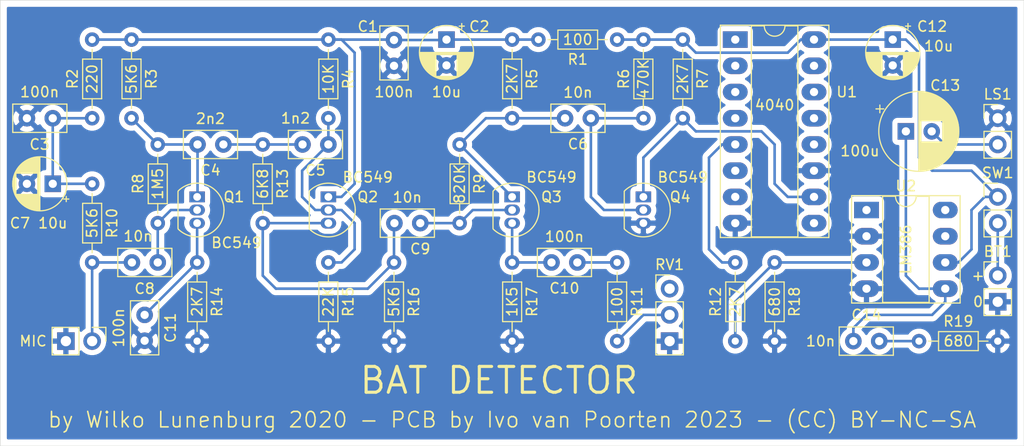
<source format=kicad_pcb>
(kicad_pcb (version 20171130) (host pcbnew 5.1.9+dfsg1-1+deb11u1)
  (layers (0 F.Cu signal) (31 B.Cu signal) (34 B.Paste user hide) (35 F.Paste user hide) (36 B.SilkS user) (37 F.SilkS user) (38 B.Mask user) (39 F.Mask user) (44 Edge.Cuts user))
  (net 0 "")
  (net 1 "Net-(BT1-Pad1)")
  (net 2 GND)
  (net 3 "Net-(C1-Pad2)")
  (net 4 "Net-(C3-Pad1)")
  (net 5 "Net-(C4-Pad1)")
  (net 6 "Net-(C4-Pad2)")
  (net 7 "Net-(C5-Pad1)")
  (net 8 "Net-(C6-Pad1)")
  (net 9 "Net-(C6-Pad2)")
  (net 10 "Net-(C8-Pad1)")
  (net 11 "Net-(C8-Pad2)")
  (net 12 "Net-(C9-Pad2)")
  (net 13 "Net-(C9-Pad1)")
  (net 14 "Net-(C10-Pad2)")
  (net 15 "Net-(C10-Pad1)")
  (net 16 "Net-(C11-Pad1)")
  (net 17 "Net-(C12-Pad1)")
  (net 18 "Net-(C13-Pad1)")
  (net 19 "Net-(C13-Pad2)")
  (net 20 "Net-(C14-Pad1)")
  (net 21 "Net-(Q4-Pad1)")
  (net 22 "Net-(R11-Pad2)")
  (net 23 "Net-(R12-Pad2)")
  (net 24 "Net-(R12-Pad1)")
  (module Connector_PinHeader_2.54mm:PinHeader_1x02_P2.54mm_Vertical (layer F.Cu) (at 134.62 68.58)
    (fp_text reference BT1 (at 0 -2.33) (layer F.SilkS))
    (fp_text value 3.6-4.5V)
    (pad 1 thru_hole circle (at 0 0) (size 1.7 1.7) (drill 1) (layers *.Cu *.Mask) (net 1 "Net-(BT1-Pad1)"))
    (pad 2 thru_hole rect (at 0 2.54) (size 1.7 1.7) (drill 1) (layers *.Cu *.Mask) (net 2 GND))
  )
  (module Capacitor_THT:C_Disc_D5.0mm_W2.5mm_P2.50mm (layer F.Cu) (at 76.2 48.26 90)
    (fp_text reference C1 (at 3.81 -2.54 180) (layer F.SilkS))
    (fp_text value 100n (at -2.54 0 180) (layer F.SilkS))
    (pad 2 thru_hole circle (at 2.5 0 90) (size 1.6 1.6) (drill 0.8) (layers *.Cu *.Mask) (net 3 "Net-(C1-Pad2)"))
    (pad 1 thru_hole circle (at 0 0 90) (size 1.6 1.6) (drill 0.8) (layers *.Cu *.Mask) (net 2 GND))
  )
  (module Capacitor_THT:CP_Radial_D5.0mm_P2.50mm (layer F.Cu) (at 81.28 45.72 270)
    (fp_text reference C2 (at -1.27 -3.175 180) (layer F.SilkS))
    (fp_text value 10u (at 5.08 0 180) (layer F.SilkS))
    (pad 1 thru_hole rect (at 0 0 270) (size 1.6 1.6) (drill 0.8) (layers *.Cu *.Mask) (net 3 "Net-(C1-Pad2)"))
    (pad 2 thru_hole circle (at 2.5 0 270) (size 1.6 1.6) (drill 0.8) (layers *.Cu *.Mask) (net 2 GND))
  )
  (module Capacitor_THT:C_Disc_D5.0mm_W2.5mm_P2.50mm (layer F.Cu) (at 43.18 53.34 180)
    (fp_text reference C3 (at 1.27 -2.54) (layer F.SilkS))
    (fp_text value 100n (at 1.27 2.54) (layer F.SilkS))
    (pad 2 thru_hole circle (at 2.5 0 180) (size 1.6 1.6) (drill 0.8) (layers *.Cu *.Mask) (net 2 GND))
    (pad 1 thru_hole circle (at 0 0 180) (size 1.6 1.6) (drill 0.8) (layers *.Cu *.Mask) (net 4 "Net-(C3-Pad1)"))
  )
  (module Capacitor_THT:C_Disc_D5.0mm_W2.5mm_P2.50mm (layer F.Cu) (at 59.69 55.88 180)
    (fp_text reference C4 (at 1.25 -2.5) (layer F.SilkS))
    (fp_text value 2n2 (at 1.25 2.5) (layer F.SilkS))
    (pad 1 thru_hole circle (at 0 0 180) (size 1.6 1.6) (drill 0.8) (layers *.Cu *.Mask) (net 5 "Net-(C4-Pad1)"))
    (pad 2 thru_hole circle (at 2.5 0 180) (size 1.6 1.6) (drill 0.8) (layers *.Cu *.Mask) (net 6 "Net-(C4-Pad2)"))
  )
  (module Capacitor_THT:C_Disc_D5.0mm_W2.5mm_P2.50mm (layer F.Cu) (at 69.85 55.88 180)
    (fp_text reference C5 (at 1.25 -2.5) (layer F.SilkS))
    (fp_text value 1n2 (at 3.175 2.54) (layer F.SilkS))
    (pad 2 thru_hole circle (at 2.5 0 180) (size 1.6 1.6) (drill 0.8) (layers *.Cu *.Mask) (net 5 "Net-(C4-Pad1)"))
    (pad 1 thru_hole circle (at 0 0 180) (size 1.6 1.6) (drill 0.8) (layers *.Cu *.Mask) (net 7 "Net-(C5-Pad1)"))
  )
  (module Capacitor_THT:C_Disc_D5.0mm_W2.5mm_P2.50mm (layer F.Cu) (at 95.25 53.34 180)
    (fp_text reference C6 (at 1.25 -2.5) (layer F.SilkS))
    (fp_text value 10n (at 1.25 2.5) (layer F.SilkS))
    (pad 1 thru_hole circle (at 0 0 180) (size 1.6 1.6) (drill 0.8) (layers *.Cu *.Mask) (net 8 "Net-(C6-Pad1)"))
    (pad 2 thru_hole circle (at 2.5 0 180) (size 1.6 1.6) (drill 0.8) (layers *.Cu *.Mask) (net 9 "Net-(C6-Pad2)"))
  )
  (module Capacitor_THT:CP_Radial_D5.0mm_P2.50mm (layer F.Cu) (at 43.18 59.69 180)
    (fp_text reference C7 (at 3.175 -3.81) (layer F.SilkS))
    (fp_text value 10u (at 0 -3.81) (layer F.SilkS))
    (pad 1 thru_hole rect (at 0 0 180) (size 1.6 1.6) (drill 0.8) (layers *.Cu *.Mask) (net 4 "Net-(C3-Pad1)"))
    (pad 2 thru_hole circle (at 2.5 0 180) (size 1.6 1.6) (drill 0.8) (layers *.Cu *.Mask) (net 2 GND))
  )
  (module Capacitor_THT:C_Disc_D5.0mm_W2.5mm_P2.50mm (layer F.Cu) (at 53.34 67.31 180)
    (fp_text reference C8 (at 1.27 -2.54) (layer F.SilkS))
    (fp_text value 10n (at 1.905 2.54) (layer F.SilkS))
    (pad 1 thru_hole circle (at 0 0 180) (size 1.6 1.6) (drill 0.8) (layers *.Cu *.Mask) (net 10 "Net-(C8-Pad1)"))
    (pad 2 thru_hole circle (at 2.5 0 180) (size 1.6 1.6) (drill 0.8) (layers *.Cu *.Mask) (net 11 "Net-(C8-Pad2)"))
  )
  (module Capacitor_THT:C_Disc_D5.0mm_W2.5mm_P2.50mm (layer F.Cu) (at 78.74 63.5 180)
    (fp_text reference C9 (at 0 -2.5) (layer F.SilkS))
    (fp_text value 10n (at 1.25 2.5) (layer F.SilkS))
    (pad 2 thru_hole circle (at 2.5 0 180) (size 1.6 1.6) (drill 0.8) (layers *.Cu *.Mask) (net 12 "Net-(C9-Pad2)"))
    (pad 1 thru_hole circle (at 0 0 180) (size 1.6 1.6) (drill 0.8) (layers *.Cu *.Mask) (net 13 "Net-(C9-Pad1)"))
  )
  (module Capacitor_THT:C_Disc_D5.0mm_W2.5mm_P2.50mm (layer F.Cu) (at 93.94 67.31 180)
    (fp_text reference C10 (at 1.25 -2.5) (layer F.SilkS))
    (fp_text value 100n (at 1.25 2.5) (layer F.SilkS))
    (pad 2 thru_hole circle (at 2.5 0 180) (size 1.6 1.6) (drill 0.8) (layers *.Cu *.Mask) (net 14 "Net-(C10-Pad2)"))
    (pad 1 thru_hole circle (at 0 0 180) (size 1.6 1.6) (drill 0.8) (layers *.Cu *.Mask) (net 15 "Net-(C10-Pad1)"))
  )
  (module Capacitor_THT:C_Disc_D5.0mm_W2.5mm_P2.50mm (layer F.Cu) (at 52.07 72.39 270)
    (fp_text reference C11 (at 1.25 -2.5 90) (layer F.SilkS))
    (fp_text value 100n (at 1.25 2.5 90) (layer F.SilkS))
    (pad 1 thru_hole circle (at 0 0 270) (size 1.6 1.6) (drill 0.8) (layers *.Cu *.Mask) (net 16 "Net-(C11-Pad1)"))
    (pad 2 thru_hole circle (at 2.5 0 270) (size 1.6 1.6) (drill 0.8) (layers *.Cu *.Mask) (net 2 GND))
  )
  (module Capacitor_THT:CP_Radial_D5.0mm_P2.50mm (layer F.Cu) (at 124.46 45.72 270)
    (fp_text reference C12 (at -1.27 -3.81 180) (layer F.SilkS))
    (fp_text value 10u (at 0.635 -4.445 180) (layer F.SilkS))
    (pad 2 thru_hole circle (at 2.5 0 270) (size 1.6 1.6) (drill 0.8) (layers *.Cu *.Mask) (net 2 GND))
    (pad 1 thru_hole rect (at 0 0 270) (size 1.6 1.6) (drill 0.8) (layers *.Cu *.Mask) (net 17 "Net-(C12-Pad1)"))
  )
  (module Capacitor_THT:CP_Radial_D7.5mm_P2.50mm (layer F.Cu) (at 125.73 54.61)
    (fp_text reference C13 (at 3.81 -4.445) (layer F.SilkS))
    (fp_text value 100u (at -4.445 1.905) (layer F.SilkS))
    (pad 1 thru_hole rect (at 0 0) (size 1.6 1.6) (drill 0.8) (layers *.Cu *.Mask) (net 18 "Net-(C13-Pad1)"))
    (pad 2 thru_hole circle (at 2.5 0) (size 1.6 1.6) (drill 0.8) (layers *.Cu *.Mask) (net 19 "Net-(C13-Pad2)"))
  )
  (module Capacitor_THT:C_Disc_D5.0mm_W2.5mm_P2.50mm (layer F.Cu) (at 123.15 74.93 180)
    (fp_text reference C14 (at 1.23 2.54) (layer F.SilkS))
    (fp_text value 10n (at 5.675 0) (layer F.SilkS))
    (pad 1 thru_hole circle (at 0 0 180) (size 1.6 1.6) (drill 0.8) (layers *.Cu *.Mask) (net 20 "Net-(C14-Pad1)"))
    (pad 2 thru_hole circle (at 2.5 0 180) (size 1.6 1.6) (drill 0.8) (layers *.Cu *.Mask) (net 18 "Net-(C13-Pad1)"))
  )
  (module Connector_PinHeader_2.54mm:PinHeader_1x02_P2.54mm_Vertical (layer F.Cu) (at 134.62 53.34)
    (fp_text reference LS1 (at 0 -2.33) (layer F.SilkS))
    (fp_text value "8 Ohm")
    (pad 1 thru_hole circle (at 0 0) (size 1.7 1.7) (drill 1) (layers *.Cu *.Mask) (net 2 GND))
    (pad 2 thru_hole oval (at 0 2.54) (size 1.7 1.7) (drill 1) (layers *.Cu *.Mask) (net 19 "Net-(C13-Pad2)"))
  )
  (module Connector_PinHeader_2.54mm:PinHeader_1x02_P2.54mm_Vertical (layer F.Cu) (at 46.99 74.93 270)
    (fp_text reference MIC (at 0 5.715 180) (layer F.SilkS))
    (fp_text value Electret)
    (pad 2 thru_hole oval (at 0 0 270) (size 1.7 1.7) (drill 1) (layers *.Cu *.Mask) (net 11 "Net-(C8-Pad2)"))
    (pad 1 thru_hole rect (at 0 2.54 270) (size 1.7 1.7) (drill 1) (layers *.Cu *.Mask) (net 2 GND))
  )
  (module Package_TO_SOT_THT:TO-92_Inline (layer F.Cu) (at 57.15 60.96 270)
    (fp_text reference Q1 (at 0 -3.56 180) (layer F.SilkS))
    (fp_text value BC549 (at 4.445 -3.81 180) (layer F.SilkS))
    (pad 1 thru_hole rect (at 0 0 270) (size 1.05 1.5) (drill 0.75) (layers *.Cu *.Mask) (net 6 "Net-(C4-Pad2)"))
    (pad 3 thru_hole oval (at 2.54 0 270) (size 1.05 1.5) (drill 0.75) (layers *.Cu *.Mask) (net 16 "Net-(C11-Pad1)"))
    (pad 2 thru_hole oval (at 1.27 0 270) (size 1.05 1.5) (drill 0.75) (layers *.Cu *.Mask) (net 10 "Net-(C8-Pad1)"))
  )
  (module Package_TO_SOT_THT:TO-92_Inline (layer F.Cu) (at 69.85 60.96 270)
    (fp_text reference Q2 (at 0 -3.81 180) (layer F.SilkS))
    (fp_text value BC549 (at -1.905 -3.81 180) (layer F.SilkS))
    (pad 2 thru_hole oval (at 1.27 0 270) (size 1.05 1.5) (drill 0.75) (layers *.Cu *.Mask) (net 7 "Net-(C5-Pad1)"))
    (pad 3 thru_hole oval (at 2.54 0 270) (size 1.05 1.5) (drill 0.75) (layers *.Cu *.Mask) (net 12 "Net-(C9-Pad2)"))
    (pad 1 thru_hole rect (at 0 0 270) (size 1.05 1.5) (drill 0.75) (layers *.Cu *.Mask) (net 3 "Net-(C1-Pad2)"))
  )
  (module Package_TO_SOT_THT:TO-92_Inline (layer F.Cu) (at 87.63 60.96 270)
    (fp_text reference Q3 (at 0 -3.81 180) (layer F.SilkS))
    (fp_text value BC549 (at -1.905 -3.81 180) (layer F.SilkS))
    (pad 2 thru_hole oval (at 1.27 0 270) (size 1.05 1.5) (drill 0.75) (layers *.Cu *.Mask) (net 13 "Net-(C9-Pad1)"))
    (pad 3 thru_hole oval (at 2.54 0 270) (size 1.05 1.5) (drill 0.75) (layers *.Cu *.Mask) (net 14 "Net-(C10-Pad2)"))
    (pad 1 thru_hole rect (at 0 0 270) (size 1.05 1.5) (drill 0.75) (layers *.Cu *.Mask) (net 9 "Net-(C6-Pad2)"))
  )
  (module Package_TO_SOT_THT:TO-92_Inline (layer F.Cu) (at 100.33 60.96 270)
    (fp_text reference Q4 (at 0 -3.56 180) (layer F.SilkS))
    (fp_text value BC549 (at -1.905 -3.81 180) (layer F.SilkS))
    (pad 1 thru_hole rect (at 0 0 270) (size 1.05 1.5) (drill 0.75) (layers *.Cu *.Mask) (net 21 "Net-(Q4-Pad1)"))
    (pad 3 thru_hole oval (at 2.54 0 270) (size 1.05 1.5) (drill 0.75) (layers *.Cu *.Mask) (net 2 GND))
    (pad 2 thru_hole oval (at 1.27 0 270) (size 1.05 1.5) (drill 0.75) (layers *.Cu *.Mask) (net 8 "Net-(C6-Pad1)"))
  )
  (module Resistor_THT:R_Axial_DIN0204_L3.6mm_D1.6mm_P7.62mm_Horizontal (layer F.Cu) (at 97.79 45.72 180)
    (fp_text reference R1 (at 3.81 -1.92) (layer F.SilkS))
    (fp_text value 100 (at 3.81 0) (layer F.SilkS))
    (pad 1 thru_hole circle (at 0 0 180) (size 1.4 1.4) (drill 0.7) (layers *.Cu *.Mask) (net 17 "Net-(C12-Pad1)"))
    (pad 2 thru_hole oval (at 7.62 0 180) (size 1.4 1.4) (drill 0.7) (layers *.Cu *.Mask) (net 3 "Net-(C1-Pad2)"))
  )
  (module Resistor_THT:R_Axial_DIN0204_L3.6mm_D1.6mm_P7.62mm_Horizontal (layer F.Cu) (at 46.99 45.72 270)
    (fp_text reference R2 (at 3.81 1.905 90) (layer F.SilkS))
    (fp_text value 220 (at 3.81 0 90) (layer F.SilkS))
    (pad 2 thru_hole oval (at 7.62 0 270) (size 1.4 1.4) (drill 0.7) (layers *.Cu *.Mask) (net 4 "Net-(C3-Pad1)"))
    (pad 1 thru_hole circle (at 0 0 270) (size 1.4 1.4) (drill 0.7) (layers *.Cu *.Mask) (net 3 "Net-(C1-Pad2)"))
  )
  (module Resistor_THT:R_Axial_DIN0204_L3.6mm_D1.6mm_P7.62mm_Horizontal (layer F.Cu) (at 50.8 45.72 270)
    (fp_text reference R3 (at 3.81 -1.92 90) (layer F.SilkS))
    (fp_text value 5K6 (at 3.81 0 90) (layer F.SilkS))
    (pad 2 thru_hole oval (at 7.62 0 270) (size 1.4 1.4) (drill 0.7) (layers *.Cu *.Mask) (net 6 "Net-(C4-Pad2)"))
    (pad 1 thru_hole circle (at 0 0 270) (size 1.4 1.4) (drill 0.7) (layers *.Cu *.Mask) (net 3 "Net-(C1-Pad2)"))
  )
  (module Resistor_THT:R_Axial_DIN0204_L3.6mm_D1.6mm_P7.62mm_Horizontal (layer F.Cu) (at 69.85 45.72 270)
    (fp_text reference R4 (at 3.81 -1.92 90) (layer F.SilkS))
    (fp_text value 10K (at 3.81 0 90) (layer F.SilkS))
    (pad 2 thru_hole oval (at 7.62 0 270) (size 1.4 1.4) (drill 0.7) (layers *.Cu *.Mask) (net 7 "Net-(C5-Pad1)"))
    (pad 1 thru_hole circle (at 0 0 270) (size 1.4 1.4) (drill 0.7) (layers *.Cu *.Mask) (net 3 "Net-(C1-Pad2)"))
  )
  (module Resistor_THT:R_Axial_DIN0204_L3.6mm_D1.6mm_P7.62mm_Horizontal (layer F.Cu) (at 87.63 45.72 270)
    (fp_text reference R5 (at 3.81 -1.92 90) (layer F.SilkS))
    (fp_text value 2K7 (at 3.81 0 90) (layer F.SilkS))
    (pad 2 thru_hole oval (at 7.62 0 270) (size 1.4 1.4) (drill 0.7) (layers *.Cu *.Mask) (net 9 "Net-(C6-Pad2)"))
    (pad 1 thru_hole circle (at 0 0 270) (size 1.4 1.4) (drill 0.7) (layers *.Cu *.Mask) (net 3 "Net-(C1-Pad2)"))
  )
  (module Resistor_THT:R_Axial_DIN0204_L3.6mm_D1.6mm_P7.62mm_Horizontal (layer F.Cu) (at 100.33 45.72 270)
    (fp_text reference R6 (at 3.81 1.905 90) (layer F.SilkS))
    (fp_text value 470K (at 3.81 0 90) (layer F.SilkS))
    (pad 1 thru_hole circle (at 0 0 270) (size 1.4 1.4) (drill 0.7) (layers *.Cu *.Mask) (net 17 "Net-(C12-Pad1)"))
    (pad 2 thru_hole oval (at 7.62 0 270) (size 1.4 1.4) (drill 0.7) (layers *.Cu *.Mask) (net 8 "Net-(C6-Pad1)"))
  )
  (module Resistor_THT:R_Axial_DIN0204_L3.6mm_D1.6mm_P7.62mm_Horizontal (layer F.Cu) (at 104.14 45.72 270)
    (fp_text reference R7 (at 3.81 -1.92 90) (layer F.SilkS))
    (fp_text value 2K7 (at 3.81 0 90) (layer F.SilkS))
    (pad 1 thru_hole circle (at 0 0 270) (size 1.4 1.4) (drill 0.7) (layers *.Cu *.Mask) (net 17 "Net-(C12-Pad1)"))
    (pad 2 thru_hole oval (at 7.62 0 270) (size 1.4 1.4) (drill 0.7) (layers *.Cu *.Mask) (net 21 "Net-(Q4-Pad1)"))
  )
  (module Resistor_THT:R_Axial_DIN0204_L3.6mm_D1.6mm_P7.62mm_Horizontal (layer F.Cu) (at 53.34 55.88 270)
    (fp_text reference R8 (at 3.81 1.905 90) (layer F.SilkS))
    (fp_text value 1M5 (at 3.81 0 90) (layer F.SilkS))
    (pad 2 thru_hole oval (at 7.62 0 270) (size 1.4 1.4) (drill 0.7) (layers *.Cu *.Mask) (net 10 "Net-(C8-Pad1)"))
    (pad 1 thru_hole circle (at 0 0 270) (size 1.4 1.4) (drill 0.7) (layers *.Cu *.Mask) (net 6 "Net-(C4-Pad2)"))
  )
  (module Resistor_THT:R_Axial_DIN0204_L3.6mm_D1.6mm_P7.62mm_Horizontal (layer F.Cu) (at 82.55 55.88 270)
    (fp_text reference R9 (at 3.81 -1.92 90) (layer F.SilkS))
    (fp_text value 820K (at 3.81 0 90) (layer F.SilkS))
    (pad 2 thru_hole oval (at 7.62 0 270) (size 1.4 1.4) (drill 0.7) (layers *.Cu *.Mask) (net 13 "Net-(C9-Pad1)"))
    (pad 1 thru_hole circle (at 0 0 270) (size 1.4 1.4) (drill 0.7) (layers *.Cu *.Mask) (net 9 "Net-(C6-Pad2)"))
  )
  (module Resistor_THT:R_Axial_DIN0204_L3.6mm_D1.6mm_P7.62mm_Horizontal (layer F.Cu) (at 46.99 59.69 270)
    (fp_text reference R10 (at 3.81 -1.92 90) (layer F.SilkS))
    (fp_text value 5K6 (at 3.81 0 90) (layer F.SilkS))
    (pad 1 thru_hole circle (at 0 0 270) (size 1.4 1.4) (drill 0.7) (layers *.Cu *.Mask) (net 4 "Net-(C3-Pad1)"))
    (pad 2 thru_hole oval (at 7.62 0 270) (size 1.4 1.4) (drill 0.7) (layers *.Cu *.Mask) (net 11 "Net-(C8-Pad2)"))
  )
  (module Resistor_THT:R_Axial_DIN0204_L3.6mm_D1.6mm_P7.62mm_Horizontal (layer F.Cu) (at 97.79 67.31 270)
    (fp_text reference R11 (at 3.81 -1.92 90) (layer F.SilkS))
    (fp_text value 100 (at 3.81 0 90) (layer F.SilkS))
    (pad 2 thru_hole oval (at 7.62 0 270) (size 1.4 1.4) (drill 0.7) (layers *.Cu *.Mask) (net 22 "Net-(R11-Pad2)"))
    (pad 1 thru_hole circle (at 0 0 270) (size 1.4 1.4) (drill 0.7) (layers *.Cu *.Mask) (net 15 "Net-(C10-Pad1)"))
  )
  (module Resistor_THT:R_Axial_DIN0204_L3.6mm_D1.6mm_P7.62mm_Horizontal (layer F.Cu) (at 109.22 67.31 270)
    (fp_text reference R12 (at 3.81 1.905 90) (layer F.SilkS))
    (fp_text value 2K7 (at 3.81 0 90) (layer F.SilkS))
    (pad 2 thru_hole oval (at 7.62 0 270) (size 1.4 1.4) (drill 0.7) (layers *.Cu *.Mask) (net 23 "Net-(R12-Pad2)"))
    (pad 1 thru_hole circle (at 0 0 270) (size 1.4 1.4) (drill 0.7) (layers *.Cu *.Mask) (net 24 "Net-(R12-Pad1)"))
  )
  (module Resistor_THT:R_Axial_DIN0204_L3.6mm_D1.6mm_P7.62mm_Horizontal (layer F.Cu) (at 63.5 55.88 270)
    (fp_text reference R13 (at 3.81 -1.92 90) (layer F.SilkS))
    (fp_text value 6K8 (at 3.81 0 90) (layer F.SilkS))
    (pad 1 thru_hole circle (at 0 0 270) (size 1.4 1.4) (drill 0.7) (layers *.Cu *.Mask) (net 5 "Net-(C4-Pad1)"))
    (pad 2 thru_hole oval (at 7.62 0 270) (size 1.4 1.4) (drill 0.7) (layers *.Cu *.Mask) (net 12 "Net-(C9-Pad2)"))
  )
  (module Resistor_THT:R_Axial_DIN0204_L3.6mm_D1.6mm_P7.62mm_Horizontal (layer F.Cu) (at 57.15 67.31 270)
    (fp_text reference R14 (at 3.81 -1.92 90) (layer F.SilkS))
    (fp_text value 2K7 (at 3.81 0 90) (layer F.SilkS))
    (pad 1 thru_hole circle (at 0 0 270) (size 1.4 1.4) (drill 0.7) (layers *.Cu *.Mask) (net 16 "Net-(C11-Pad1)"))
    (pad 2 thru_hole oval (at 7.62 0 270) (size 1.4 1.4) (drill 0.7) (layers *.Cu *.Mask) (net 2 GND))
  )
  (module Resistor_THT:R_Axial_DIN0204_L3.6mm_D1.6mm_P7.62mm_Horizontal (layer F.Cu) (at 69.85 67.31 270)
    (fp_text reference R15 (at 3.81 -1.92 90) (layer F.SilkS))
    (fp_text value 22K (at 3.81 0 90) (layer F.SilkS))
    (pad 1 thru_hole circle (at 0 0 270) (size 1.4 1.4) (drill 0.7) (layers *.Cu *.Mask) (net 7 "Net-(C5-Pad1)"))
    (pad 2 thru_hole oval (at 7.62 0 270) (size 1.4 1.4) (drill 0.7) (layers *.Cu *.Mask) (net 2 GND))
  )
  (module Resistor_THT:R_Axial_DIN0204_L3.6mm_D1.6mm_P7.62mm_Horizontal (layer F.Cu) (at 76.2 67.31 270)
    (fp_text reference R16 (at 3.81 -1.92 90) (layer F.SilkS))
    (fp_text value 5K6 (at 3.81 0 90) (layer F.SilkS))
    (pad 2 thru_hole oval (at 7.62 0 270) (size 1.4 1.4) (drill 0.7) (layers *.Cu *.Mask) (net 2 GND))
    (pad 1 thru_hole circle (at 0 0 270) (size 1.4 1.4) (drill 0.7) (layers *.Cu *.Mask) (net 12 "Net-(C9-Pad2)"))
  )
  (module Resistor_THT:R_Axial_DIN0204_L3.6mm_D1.6mm_P7.62mm_Horizontal (layer F.Cu) (at 87.63 67.31 270)
    (fp_text reference R17 (at 3.81 -1.92 90) (layer F.SilkS))
    (fp_text value 1K5 (at 3.81 0 90) (layer F.SilkS))
    (pad 1 thru_hole circle (at 0 0 270) (size 1.4 1.4) (drill 0.7) (layers *.Cu *.Mask) (net 14 "Net-(C10-Pad2)"))
    (pad 2 thru_hole oval (at 7.62 0 270) (size 1.4 1.4) (drill 0.7) (layers *.Cu *.Mask) (net 2 GND))
  )
  (module Resistor_THT:R_Axial_DIN0204_L3.6mm_D1.6mm_P7.62mm_Horizontal (layer F.Cu) (at 113.03 67.31 270)
    (fp_text reference R18 (at 3.81 -1.92 90) (layer F.SilkS))
    (fp_text value 680 (at 3.81 0 90) (layer F.SilkS))
    (pad 1 thru_hole circle (at 0 0 270) (size 1.4 1.4) (drill 0.7) (layers *.Cu *.Mask) (net 23 "Net-(R12-Pad2)"))
    (pad 2 thru_hole oval (at 7.62 0 270) (size 1.4 1.4) (drill 0.7) (layers *.Cu *.Mask) (net 2 GND))
  )
  (module Resistor_THT:R_Axial_DIN0204_L3.6mm_D1.6mm_P7.62mm_Horizontal (layer F.Cu) (at 127 74.93)
    (fp_text reference R19 (at 3.81 -1.92) (layer F.SilkS))
    (fp_text value 680 (at 3.81 0) (layer F.SilkS))
    (pad 2 thru_hole oval (at 7.62 0) (size 1.4 1.4) (drill 0.7) (layers *.Cu *.Mask) (net 2 GND))
    (pad 1 thru_hole circle (at 0 0) (size 1.4 1.4) (drill 0.7) (layers *.Cu *.Mask) (net 20 "Net-(C14-Pad1)"))
  )
  (module Connector_PinHeader_2.54mm:PinHeader_1x03_P2.54mm_Vertical (layer F.Cu) (at 102.87 69.85)
    (fp_text reference RV1 (at 0 -2.33) (layer F.SilkS))
    (fp_text value 5K)
    (pad 1 thru_hole circle (at 0 0) (size 1.7 1.7) (drill 1) (layers *.Cu *.Mask))
    (pad 2 thru_hole oval (at 0 2.54) (size 1.7 1.7) (drill 1) (layers *.Cu *.Mask) (net 22 "Net-(R11-Pad2)"))
    (pad 3 thru_hole rect (at 0 5.08) (size 1.7 1.7) (drill 1) (layers *.Cu *.Mask) (net 2 GND))
  )
  (module Connector_PinHeader_2.54mm:PinHeader_1x02_P2.54mm_Vertical (layer F.Cu) (at 134.62 60.96)
    (fp_text reference SW1 (at 0 -2.33) (layer F.SilkS))
    (fp_text value ON/OFF)
    (pad 2 thru_hole oval (at 0 2.54) (size 1.7 1.7) (drill 1) (layers *.Cu *.Mask) (net 1 "Net-(BT1-Pad1)"))
    (pad 1 thru_hole circle (at 0 0) (size 1.7 1.7) (drill 1) (layers *.Cu *.Mask) (net 17 "Net-(C12-Pad1)"))
  )
  (module Package_DIP:DIP-16_W7.62mm_Socket_LongPads (layer F.Cu) (at 109.22 45.72)
    (fp_text reference U1 (at 10.795 5.08) (layer F.SilkS))
    (fp_text value 4040 (at 3.81 6.35) (layer F.SilkS))
    (pad 1 thru_hole rect (at 0 0) (size 2.4 1.6) (drill 0.8) (layers *.Cu *.Mask))
    (pad 9 thru_hole oval (at 7.62 17.78) (size 2.4 1.6) (drill 0.8) (layers *.Cu *.Mask))
    (pad 2 thru_hole oval (at 0 2.54) (size 2.4 1.6) (drill 0.8) (layers *.Cu *.Mask))
    (pad 10 thru_hole oval (at 7.62 15.24) (size 2.4 1.6) (drill 0.8) (layers *.Cu *.Mask) (net 21 "Net-(Q4-Pad1)"))
    (pad 3 thru_hole oval (at 0 5.08) (size 2.4 1.6) (drill 0.8) (layers *.Cu *.Mask))
    (pad 11 thru_hole oval (at 7.62 12.7) (size 2.4 1.6) (drill 0.8) (layers *.Cu *.Mask) (net 2 GND))
    (pad 4 thru_hole oval (at 0 7.62) (size 2.4 1.6) (drill 0.8) (layers *.Cu *.Mask))
    (pad 12 thru_hole oval (at 7.62 10.16) (size 2.4 1.6) (drill 0.8) (layers *.Cu *.Mask))
    (pad 5 thru_hole oval (at 0 10.16) (size 2.4 1.6) (drill 0.8) (layers *.Cu *.Mask) (net 24 "Net-(R12-Pad1)"))
    (pad 13 thru_hole oval (at 7.62 7.62) (size 2.4 1.6) (drill 0.8) (layers *.Cu *.Mask))
    (pad 6 thru_hole oval (at 0 12.7) (size 2.4 1.6) (drill 0.8) (layers *.Cu *.Mask))
    (pad 14 thru_hole oval (at 7.62 5.08) (size 2.4 1.6) (drill 0.8) (layers *.Cu *.Mask))
    (pad 7 thru_hole oval (at 0 15.24) (size 2.4 1.6) (drill 0.8) (layers *.Cu *.Mask))
    (pad 15 thru_hole oval (at 7.62 2.54) (size 2.4 1.6) (drill 0.8) (layers *.Cu *.Mask))
    (pad 8 thru_hole oval (at 0 17.78) (size 2.4 1.6) (drill 0.8) (layers *.Cu *.Mask) (net 2 GND))
    (pad 16 thru_hole oval (at 7.62 0) (size 2.4 1.6) (drill 0.8) (layers *.Cu *.Mask) (net 17 "Net-(C12-Pad1)"))
  )
  (module Package_DIP:DIP-8_W7.62mm_Socket_LongPads (layer F.Cu) (at 121.92 62.23)
    (fp_text reference U2 (at 3.81 -2.33) (layer F.SilkS))
    (fp_text value LM386 (at 3.81 3.81 90) (layer F.SilkS))
    (pad 1 thru_hole rect (at 0 0) (size 2.4 1.6) (drill 0.8) (layers *.Cu *.Mask))
    (pad 5 thru_hole oval (at 7.62 7.62) (size 2.4 1.6) (drill 0.8) (layers *.Cu *.Mask) (net 18 "Net-(C13-Pad1)"))
    (pad 2 thru_hole oval (at 0 2.54) (size 2.4 1.6) (drill 0.8) (layers *.Cu *.Mask) (net 2 GND))
    (pad 6 thru_hole oval (at 7.62 5.08) (size 2.4 1.6) (drill 0.8) (layers *.Cu *.Mask) (net 17 "Net-(C12-Pad1)"))
    (pad 3 thru_hole oval (at 0 5.08) (size 2.4 1.6) (drill 0.8) (layers *.Cu *.Mask) (net 23 "Net-(R12-Pad2)"))
    (pad 7 thru_hole oval (at 7.62 2.54) (size 2.4 1.6) (drill 0.8) (layers *.Cu *.Mask))
    (pad 4 thru_hole oval (at 0 7.62) (size 2.4 1.6) (drill 0.8) (layers *.Cu *.Mask) (net 2 GND))
    (pad 8 thru_hole oval (at 7.62 0) (size 2.4 1.6) (drill 0.8) (layers *.Cu *.Mask))
  )
  (gr_text 0 (at 132.715 71.12) (layer F.SilkS) (effects (font (size 1 1))))
  (gr_text + (at 132.715 68.58) (layer F.SilkS) (effects (font (size 1 1))))
  (gr_text "by Wilko Lunenburg 2020 - PCB by Ivo van Poorten 2023 - (CC) BY-NC-SA" (at 87.63 82.55) (layer F.SilkS) (effects (font (size 1.5 1.5))))
  (gr_text "BAT DETECTOR" (at 86.36 78.74) (layer F.SilkS) (effects (font (size 2.5 2.5) (thickness 0.3))))
  (gr_line (start 38.1 85.09) (end 38.1 41.91) (layer Edge.Cuts) (width 0.05))
  (gr_line (start 137.16 85.09) (end 38.1 85.09) (layer Edge.Cuts) (width 0.05))
  (gr_line (start 137.16 41.91) (end 137.16 85.09) (layer Edge.Cuts) (width 0.05))
  (gr_line (start 38.1 41.91) (end 137.16 41.91) (layer Edge.Cuts) (width 0.05))
  (segment (start 134.62 68.58) (end 134.62 63.5) (width 0.25) (layer B.Cu) (net 1))
  (segment (start 46.99 45.72) (end 50.8 45.72) (width 0.25) (layer B.Cu) (net 3))
  (segment (start 50.8 45.72) (end 69.85 45.72) (width 0.25) (layer B.Cu) (net 3))
  (segment (start 76.16 45.72) (end 76.2 45.76) (width 0.25) (layer B.Cu) (net 3))
  (segment (start 69.85 45.72) (end 76.16 45.72) (width 0.25) (layer B.Cu) (net 3))
  (segment (start 81.24 45.76) (end 81.28 45.72) (width 0.25) (layer B.Cu) (net 3))
  (segment (start 76.2 45.76) (end 81.24 45.76) (width 0.25) (layer B.Cu) (net 3))
  (segment (start 81.28 45.72) (end 87.63 45.72) (width 0.25) (layer B.Cu) (net 3))
  (segment (start 87.63 45.72) (end 90.17 45.72) (width 0.25) (layer B.Cu) (net 3))
  (segment (start 69.85 45.72) (end 71.12 45.72) (width 0.25) (layer B.Cu) (net 3))
  (segment (start 71.12 45.72) (end 72.39 46.99) (width 0.25) (layer B.Cu) (net 3))
  (segment (start 72.39 46.99) (end 72.39 59.69) (width 0.25) (layer B.Cu) (net 3))
  (segment (start 71.12 60.96) (end 69.85 60.96) (width 0.25) (layer B.Cu) (net 3))
  (segment (start 72.39 59.69) (end 71.12 60.96) (width 0.25) (layer B.Cu) (net 3))
  (segment (start 46.99 59.69) (end 43.18 59.69) (width 0.25) (layer B.Cu) (net 4))
  (segment (start 46.99 53.34) (end 43.18 53.34) (width 0.25) (layer B.Cu) (net 4))
  (segment (start 43.18 53.34) (end 43.18 59.69) (width 0.25) (layer B.Cu) (net 4))
  (segment (start 67.35 55.88) (end 63.5 55.88) (width 0.25) (layer B.Cu) (net 5))
  (segment (start 63.5 55.88) (end 59.69 55.88) (width 0.25) (layer B.Cu) (net 5))
  (segment (start 50.8 53.34) (end 53.34 55.88) (width 0.25) (layer B.Cu) (net 6))
  (segment (start 53.34 55.88) (end 57.19 55.88) (width 0.25) (layer B.Cu) (net 6))
  (segment (start 57.19 60.92) (end 57.15 60.96) (width 0.25) (layer B.Cu) (net 6))
  (segment (start 57.19 55.88) (end 57.19 60.92) (width 0.25) (layer B.Cu) (net 6))
  (segment (start 69.85 53.34) (end 69.85 55.88) (width 0.25) (layer B.Cu) (net 7))
  (segment (start 67.31 58.42) (end 69.85 55.88) (width 0.25) (layer B.Cu) (net 7))
  (segment (start 67.31 60.96) (end 67.31 58.42) (width 0.25) (layer B.Cu) (net 7))
  (segment (start 68.58 62.23) (end 67.31 60.96) (width 0.25) (layer B.Cu) (net 7))
  (segment (start 69.85 62.23) (end 68.58 62.23) (width 0.25) (layer B.Cu) (net 7))
  (segment (start 69.85 67.31) (end 71.12 67.31) (width 0.25) (layer B.Cu) (net 7))
  (segment (start 71.12 67.31) (end 72.39 66.04) (width 0.25) (layer B.Cu) (net 7))
  (segment (start 72.39 66.04) (end 72.39 63.5) (width 0.25) (layer B.Cu) (net 7))
  (segment (start 72.39 63.5) (end 71.12 62.23) (width 0.25) (layer B.Cu) (net 7))
  (segment (start 71.12 62.23) (end 69.85 62.23) (width 0.25) (layer B.Cu) (net 7))
  (segment (start 95.25 53.34) (end 100.33 53.34) (width 0.25) (layer B.Cu) (net 8))
  (segment (start 100.33 62.23) (end 96.52 62.23) (width 0.25) (layer B.Cu) (net 8))
  (segment (start 95.25 60.96) (end 95.25 53.34) (width 0.25) (layer B.Cu) (net 8))
  (segment (start 96.52 62.23) (end 95.25 60.96) (width 0.25) (layer B.Cu) (net 8))
  (segment (start 87.63 60.96) (end 82.55 55.88) (width 0.25) (layer B.Cu) (net 9))
  (segment (start 85.09 53.34) (end 87.63 53.34) (width 0.25) (layer B.Cu) (net 9))
  (segment (start 82.55 55.88) (end 85.09 53.34) (width 0.25) (layer B.Cu) (net 9))
  (segment (start 87.63 53.34) (end 92.75 53.34) (width 0.25) (layer B.Cu) (net 9))
  (segment (start 54.61 62.23) (end 53.34 63.5) (width 0.25) (layer B.Cu) (net 10))
  (segment (start 57.15 62.23) (end 54.61 62.23) (width 0.25) (layer B.Cu) (net 10))
  (segment (start 53.34 63.5) (end 53.34 67.31) (width 0.25) (layer B.Cu) (net 10))
  (segment (start 46.99 74.93) (end 46.99 67.31) (width 0.25) (layer B.Cu) (net 11))
  (segment (start 46.99 67.31) (end 50.84 67.31) (width 0.25) (layer B.Cu) (net 11))
  (segment (start 63.5 63.5) (end 63.5 68.58) (width 0.25) (layer B.Cu) (net 12))
  (segment (start 63.5 68.58) (end 64.77 69.85) (width 0.25) (layer B.Cu) (net 12))
  (segment (start 73.66 69.85) (end 76.2 67.31) (width 0.25) (layer B.Cu) (net 12))
  (segment (start 64.77 69.85) (end 73.66 69.85) (width 0.25) (layer B.Cu) (net 12))
  (segment (start 76.2 63.54) (end 76.24 63.5) (width 0.25) (layer B.Cu) (net 12))
  (segment (start 76.2 67.31) (end 76.2 63.54) (width 0.25) (layer B.Cu) (net 12))
  (segment (start 69.85 63.5) (end 63.5 63.5) (width 0.25) (layer B.Cu) (net 12))
  (segment (start 78.74 63.5) (end 82.55 63.5) (width 0.25) (layer B.Cu) (net 13))
  (segment (start 83.82 62.23) (end 87.63 62.23) (width 0.25) (layer B.Cu) (net 13))
  (segment (start 82.55 63.5) (end 83.82 62.23) (width 0.25) (layer B.Cu) (net 13))
  (segment (start 87.63 63.5) (end 87.63 67.31) (width 0.25) (layer B.Cu) (net 14))
  (segment (start 87.63 67.31) (end 91.44 67.31) (width 0.25) (layer B.Cu) (net 14))
  (segment (start 93.94 67.31) (end 97.79 67.31) (width 0.25) (layer B.Cu) (net 15))
  (segment (start 57.15 63.5) (end 57.15 67.31) (width 0.25) (layer B.Cu) (net 16))
  (segment (start 57.15 67.31) (end 52.07 72.39) (width 0.25) (layer B.Cu) (net 16))
  (segment (start 97.79 45.72) (end 100.33 45.72) (width 0.25) (layer B.Cu) (net 17))
  (segment (start 100.33 45.72) (end 104.14 45.72) (width 0.25) (layer B.Cu) (net 17))
  (segment (start 104.14 45.72) (end 105.41 46.99) (width 0.25) (layer B.Cu) (net 17))
  (segment (start 105.41 46.99) (end 114.3 46.99) (width 0.25) (layer B.Cu) (net 17))
  (segment (start 114.3 46.99) (end 115.57 45.72) (width 0.25) (layer B.Cu) (net 17))
  (segment (start 115.57 45.72) (end 116.84 45.72) (width 0.25) (layer B.Cu) (net 17))
  (segment (start 116.84 45.72) (end 124.46 45.72) (width 0.25) (layer B.Cu) (net 17))
  (segment (start 132.08 58.42) (end 134.62 60.96) (width 0.25) (layer B.Cu) (net 17))
  (segment (start 128.27 58.42) (end 132.08 58.42) (width 0.25) (layer B.Cu) (net 17))
  (segment (start 127 57.15) (end 128.27 58.42) (width 0.25) (layer B.Cu) (net 17))
  (segment (start 127 46.99) (end 127 57.15) (width 0.25) (layer B.Cu) (net 17))
  (segment (start 125.73 45.72) (end 127 46.99) (width 0.25) (layer B.Cu) (net 17))
  (segment (start 124.46 45.72) (end 125.73 45.72) (width 0.25) (layer B.Cu) (net 17))
  (segment (start 129.54 67.31) (end 130.81 67.31) (width 0.25) (layer B.Cu) (net 17))
  (segment (start 130.81 67.31) (end 132.08 66.04) (width 0.25) (layer B.Cu) (net 17))
  (segment (start 132.08 66.04) (end 132.08 62.23) (width 0.25) (layer B.Cu) (net 17))
  (segment (start 133.35 60.96) (end 134.62 60.96) (width 0.25) (layer B.Cu) (net 17))
  (segment (start 132.08 62.23) (end 133.35 60.96) (width 0.25) (layer B.Cu) (net 17))
  (segment (start 125.73 54.61) (end 125.73 68.58) (width 0.25) (layer B.Cu) (net 18))
  (segment (start 125.73 68.58) (end 127 69.85) (width 0.25) (layer B.Cu) (net 18))
  (segment (start 127 69.85) (end 129.54 69.85) (width 0.25) (layer B.Cu) (net 18))
  (segment (start 120.65 74.93) (end 120.65 73.66) (width 0.25) (layer B.Cu) (net 18))
  (segment (start 120.65 73.66) (end 121.92 72.39) (width 0.25) (layer B.Cu) (net 18))
  (segment (start 121.92 72.39) (end 128.27 72.39) (width 0.25) (layer B.Cu) (net 18))
  (segment (start 129.54 71.12) (end 129.54 69.85) (width 0.25) (layer B.Cu) (net 18))
  (segment (start 128.27 72.39) (end 129.54 71.12) (width 0.25) (layer B.Cu) (net 18))
  (segment (start 129.5 55.88) (end 128.23 54.61) (width 0.25) (layer B.Cu) (net 19))
  (segment (start 134.62 55.88) (end 129.5 55.88) (width 0.25) (layer B.Cu) (net 19))
  (segment (start 123.15 74.93) (end 127 74.93) (width 0.25) (layer B.Cu) (net 20))
  (segment (start 100.33 57.15) (end 104.14 53.34) (width 0.25) (layer B.Cu) (net 21))
  (segment (start 100.33 60.96) (end 100.33 57.15) (width 0.25) (layer B.Cu) (net 21))
  (segment (start 104.14 53.34) (end 105.41 54.61) (width 0.25) (layer B.Cu) (net 21))
  (segment (start 105.41 54.61) (end 111.76 54.61) (width 0.25) (layer B.Cu) (net 21))
  (segment (start 111.76 54.61) (end 113.03 55.88) (width 0.25) (layer B.Cu) (net 21))
  (segment (start 113.03 55.88) (end 113.03 59.69) (width 0.25) (layer B.Cu) (net 21))
  (segment (start 113.03 59.69) (end 114.3 60.96) (width 0.25) (layer B.Cu) (net 21))
  (segment (start 114.3 60.96) (end 116.84 60.96) (width 0.25) (layer B.Cu) (net 21))
  (segment (start 100.33 72.39) (end 102.87 72.39) (width 0.25) (layer B.Cu) (net 22))
  (segment (start 97.79 74.93) (end 100.33 72.39) (width 0.25) (layer B.Cu) (net 22))
  (segment (start 109.22 71.12) (end 113.03 67.31) (width 0.25) (layer B.Cu) (net 23))
  (segment (start 109.22 74.93) (end 109.22 71.12) (width 0.25) (layer B.Cu) (net 23))
  (segment (start 113.03 67.31) (end 121.92 67.31) (width 0.25) (layer B.Cu) (net 23))
  (segment (start 109.22 55.88) (end 107.95 55.88) (width 0.25) (layer B.Cu) (net 24))
  (segment (start 107.95 55.88) (end 106.68 57.15) (width 0.25) (layer B.Cu) (net 24))
  (segment (start 106.68 57.15) (end 106.68 66.04) (width 0.25) (layer B.Cu) (net 24))
  (segment (start 107.95 67.31) (end 109.22 67.31) (width 0.25) (layer B.Cu) (net 24))
  (segment (start 106.68 66.04) (end 107.95 67.31) (width 0.25) (layer B.Cu) (net 24))
  (zone (net 2) (net_name GND) (layer B.Cu) (connect_pads (clearance 0.508)) (min_thickness 0.254) (fill yes (arc_segments 32) (thermal_gap 0.508) (thermal_bridge_width 0.508))
    (polygon (pts (xy 136.525 84.455) (xy 38.735 84.455) (xy 38.735 42.545) (xy 136.525 42.545)))
  )
)
</source>
